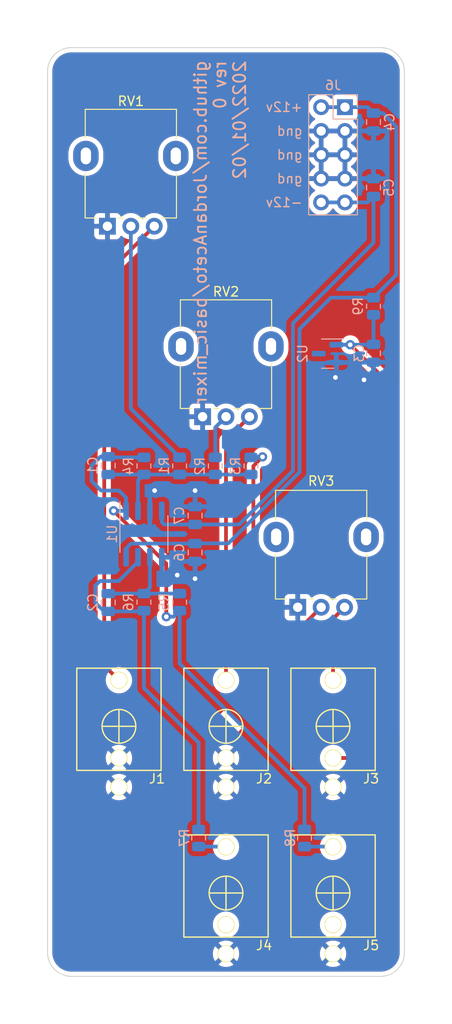
<source format=kicad_pcb>
(kicad_pcb (version 20211014) (generator pcbnew)
  (title_block (title "Basic Mixer") (date "2022-01-02") (rev "0") (comment 1 "creativecommons.org/licences/CC/by/4.0") (comment 2 "License: CC by 4.0") (comment 3 "Author: Jordan Aceto"))
  (layers (0 "F.Cu" signal) (31 "B.Cu" signal) (34 "B.Paste" user) (35 "F.Paste" user) (36 "B.SilkS" user "B.Silkscreen") (37 "F.SilkS" user "F.Silkscreen") (38 "B.Mask" user) (39 "F.Mask" user) (44 "Edge.Cuts" user))
  (net 0 "")
  (net 1 "Net-(U1-Pad2)")
  (net 2 "Net-(U1-Pad1)")
  (net 3 "Net-(U1-Pad6)")
  (net 4 "Net-(U1-Pad7)")
  (net 5 "/+5v_ref")
  (net 6 "GND")
  (net 7 "+12V")
  (net 8 "-12V")
  (net 9 "/in_1")
  (net 10 "/in_2")
  (net 11 "/in_3")
  (net 13 "/out")
  (net 15 "/inverting_out")
  (net 16 "Net-(R1-Pad1)")
  (net 17 "Net-(R2-Pad1)")
  (net 18 "Net-(R3-Pad1)")
  (footprint "custom_footprints:PJ301M-12" (layer "F.Cu") (at 144.78 110.49)
    (fp_text reference "J3" (at 4.064 5.588) (layer "F.SilkS"))
    (fp_text value "PJ301M-12")
    (fp_line (start -4.5 4.7) (end 4.5 4.7) (layer "F.SilkS") (width 0.15))
    (fp_line (start -4.5 -6.2) (end -4.5 4.7) (layer "F.SilkS") (width 0.15))
    (fp_line (start 4.5 -6.2) (end 4.5 4.7) (layer "F.SilkS") (width 0.15))
    (fp_line (start 0 -1.8) (end 0 1.8) (layer "F.SilkS") (width 0.15))
    (fp_line (start -1.8 0) (end 1.8 0) (layer "F.SilkS") (width 0.15))
    (fp_line (start -4.5 -6.2) (end 4.5 -6.2) (layer "F.SilkS") (width 0.15))
    (fp_circle (center 0 0) (end 1.8 0) (layer "F.SilkS") (width 0.15) (fill none))
    (pad "1" thru_hole circle locked (at 0 6.48) (size 1.8 1.8) (drill 1.6) (layers *.Cu *.Mask "F.SilkS") (net 6 "GND"))
    (pad "2" thru_hole circle locked (at 0 3.38) (size 1.8 1.8) (drill 1.6) (layers *.Cu *.Mask "F.SilkS") (net 5 "/+5v_ref"))
    (pad "3" thru_hole circle locked (at 0 -4.92) (size 1.8 1.8) (drill 1.6) (layers *.Cu *.Mask "F.SilkS") (net 11 "/in_3"))
  )
  (footprint "custom_footprints:PJ301M-12" (layer "F.Cu") (at 133.35 128.27)
    (fp_text reference "J4" (at 4.064 5.588) (layer "F.SilkS"))
    (fp_text value "PJ301M-12")
    (fp_line (start -4.5 -6.2) (end 4.5 -6.2) (layer "F.SilkS") (width 0.15))
    (fp_line (start -4.5 -6.2) (end -4.5 4.7) (layer "F.SilkS") (width 0.15))
    (fp_line (start -1.8 0) (end 1.8 0) (layer "F.SilkS") (width 0.15))
    (fp_line (start 0 -1.8) (end 0 1.8) (layer "F.SilkS") (width 0.15))
    (fp_line (start -4.5 4.7) (end 4.5 4.7) (layer "F.SilkS") (width 0.15))
    (fp_line (start 4.5 -6.2) (end 4.5 4.7) (layer "F.SilkS") (width 0.15))
    (fp_circle (center 0 0) (end 1.8 0) (layer "F.SilkS") (width 0.15) (fill none))
    (pad "1" thru_hole circle locked (at 0 6.48) (size 1.8 1.8) (drill 1.6) (layers *.Cu *.Mask "F.SilkS") (net 6 "GND"))
    (pad "2" thru_hole circle locked (at 0 3.38) (size 1.8 1.8) (drill 1.6) (layers *.Cu *.Mask "F.SilkS"))
    (pad "3" thru_hole circle locked (at 0 -4.92) (size 1.8 1.8) (drill 1.6) (layers *.Cu *.Mask "F.SilkS") (net 13 "/out"))
  )
  (footprint "Potentiometer_THT:Potentiometer_Alpha_RD901F-40-00D_Single_Vertical" (layer "F.Cu") (at 130.85 77.47 90)
    (fp_text reference "RV2" (at 13.335 2.5 180) (layer "F.SilkS"))
    (fp_text value "100k")
    (fp_line (start 0.88 7.37) (end 0.88 5.88) (layer "F.SilkS") (width 0.12))
    (fp_line (start 0.88 7.37) (end 5.6 7.37) (layer "F.SilkS") (width 0.12))
    (fp_line (start 0.88 -1.19) (end 0.88 -2.37) (layer "F.SilkS") (width 0.12))
    (fp_line (start 9.41 7.37) (end 12.47 7.37) (layer "F.SilkS") (width 0.12))
    (fp_line (start 9.41 -2.37) (end 12.47 -2.37) (layer "F.SilkS") (width 0.12))
    (fp_line (start 0.88 1.71) (end 0.88 1.18) (layer "F.SilkS") (width 0.12))
    (fp_line (start 0.88 -2.38) (end 5.6 -2.38) (layer "F.SilkS") (width 0.12))
    (fp_line (start 12.47 7.37) (end 12.47 -2.37) (layer "F.SilkS") (width 0.12))
    (fp_line (start 0.88 4.16) (end 0.88 3.33) (layer "F.SilkS") (width 0.12))
    (pad "" thru_hole oval locked (at 7.5 -2.3 180) (size 2.72 3.24) (drill oval 1.1 1.8) (layers *.Cu *.Mask))
    (pad "" thru_hole oval locked (at 7.5 7.3 180) (size 2.72 3.24) (drill oval 1.1 1.8) (layers *.Cu *.Mask))
    (pad "1" thru_hole rect locked (at 0 0 180) (size 1.8 1.8) (drill 1) (layers *.Cu *.Mask) (net 6 "GND"))
    (pad "2" thru_hole circle locked (at 0 2.5 180) (size 1.8 1.8) (drill 1) (layers *.Cu *.Mask) (net 17 "Net-(R2-Pad1)"))
    (pad "3" thru_hole circle locked (at 0 5 180) (size 1.8 1.8) (drill 1) (layers *.Cu *.Mask) (net 10 "/in_2"))
  )
  (footprint "custom_footprints:PJ301M-12" (layer "F.Cu") (at 121.92 110.49)
    (fp_text reference "J1" (at 4.064 5.588) (layer "F.SilkS"))
    (fp_text value "PJ301M-12")
    (fp_line (start -4.5 -6.2) (end 4.5 -6.2) (layer "F.SilkS") (width 0.15))
    (fp_line (start -4.5 4.7) (end 4.5 4.7) (layer "F.SilkS") (width 0.15))
    (fp_line (start 4.5 -6.2) (end 4.5 4.7) (layer "F.SilkS") (width 0.15))
    (fp_line (start 0 -1.8) (end 0 1.8) (layer "F.SilkS") (width 0.15))
    (fp_line (start -1.8 0) (end 1.8 0) (layer "F.SilkS") (width 0.15))
    (fp_line (start -4.5 -6.2) (end -4.5 4.7) (layer "F.SilkS") (width 0.15))
    (fp_circle (center 0 0) (end 1.8 0) (layer "F.SilkS") (width 0.15) (fill none))
    (pad "1" thru_hole circle locked (at 0 6.48) (size 1.8 1.8) (drill 1.6) (layers *.Cu *.Mask "F.SilkS") (net 6 "GND"))
    (pad "2" thru_hole circle locked (at 0 3.38) (size 1.8 1.8) (drill 1.6) (layers *.Cu *.Mask "F.SilkS") (net 6 "GND"))
    (pad "3" thru_hole circle locked (at 0 -4.92) (size 1.8 1.8) (drill 1.6) (layers *.Cu *.Mask "F.SilkS") (net 9 "/in_1"))
  )
  (footprint "custom_footprints:PJ301M-12" (layer "F.Cu") (at 133.35 110.49)
    (fp_text reference "J2" (at 4.064 5.588) (layer "F.SilkS"))
    (fp_text value "PJ301M-12")
    (fp_line (start -4.5 -6.2) (end 4.5 -6.2) (layer "F.SilkS") (width 0.15))
    (fp_line (start -4.5 -6.2) (end -4.5 4.7) (layer "F.SilkS") (width 0.15))
    (fp_line (start 0 -1.8) (end 0 1.8) (layer "F.SilkS") (width 0.15))
    (fp_line (start -1.8 0) (end 1.8 0) (layer "F.SilkS") (width 0.15))
    (fp_line (start 4.5 -6.2) (end 4.5 4.7) (layer "F.SilkS") (width 0.15))
    (fp_line (start -4.5 4.7) (end 4.5 4.7) (layer "F.SilkS") (width 0.15))
    (fp_circle (center 0 0) (end 1.8 0) (layer "F.SilkS") (width 0.15) (fill none))
    (pad "1" thru_hole circle locked (at 0 6.48) (size 1.8 1.8) (drill 1.6) (layers *.Cu *.Mask "F.SilkS") (net 6 "GND"))
    (pad "2" thru_hole circle locked (at 0 3.38) (size 1.8 1.8) (drill 1.6) (layers *.Cu *.Mask "F.SilkS") (net 6 "GND"))
    (pad "3" thru_hole circle locked (at 0 -4.92) (size 1.8 1.8) (drill 1.6) (layers *.Cu *.Mask "F.SilkS") (net 10 "/in_2"))
  )
  (footprint "Potentiometer_THT:Potentiometer_Alpha_RD901F-40-00D_Single_Vertical" (layer "F.Cu") (at 141.01 97.79 90)
    (fp_text reference "RV3" (at 13.462 2.5 180) (layer "F.SilkS"))
    (fp_text value "100k")
    (fp_line (start 0.88 -1.19) (end 0.88 -2.37) (layer "F.SilkS") (width 0.12))
    (fp_line (start 9.41 7.37) (end 12.47 7.37) (layer "F.SilkS") (width 0.12))
    (fp_line (start 0.88 7.37) (end 0.88 5.88) (layer "F.SilkS") (width 0.12))
    (fp_line (start 0.88 4.16) (end 0.88 3.33) (layer "F.SilkS") (width 0.12))
    (fp_line (start 0.88 1.71) (end 0.88 1.18) (layer "F.SilkS") (width 0.12))
    (fp_line (start 12.47 7.37) (end 12.47 -2.37) (layer "F.SilkS") (width 0.12))
    (fp_line (start 0.88 -2.38) (end 5.6 -2.38) (layer "F.SilkS") (width 0.12))
    (fp_line (start 0.88 7.37) (end 5.6 7.37) (layer "F.SilkS") (width 0.12))
    (fp_line (start 9.41 -2.37) (end 12.47 -2.37) (layer "F.SilkS") (width 0.12))
    (pad "" thru_hole oval locked (at 7.5 7.3 180) (size 2.72 3.24) (drill oval 1.1 1.8) (layers *.Cu *.Mask))
    (pad "" thru_hole oval locked (at 7.5 -2.3 180) (size 2.72 3.24) (drill oval 1.1 1.8) (layers *.Cu *.Mask))
    (pad "1" thru_hole rect locked (at 0 0 180) (size 1.8 1.8) (drill 1) (layers *.Cu *.Mask) (net 6 "GND"))
    (pad "2" thru_hole circle locked (at 0 2.5 180) (size 1.8 1.8) (drill 1) (layers *.Cu *.Mask) (net 18 "Net-(R3-Pad1)"))
    (pad "3" thru_hole circle locked (at 0 5 180) (size 1.8 1.8) (drill 1) (layers *.Cu *.Mask) (net 11 "/in_3"))
  )
  (footprint "custom_footprints:PJ301M-12" (layer "F.Cu") (at 144.78 128.27)
    (fp_text reference "J5" (at 4.064 5.588) (layer "F.SilkS"))
    (fp_text value "PJ301M-12")
    (fp_line (start -1.8 0) (end 1.8 0) (layer "F.SilkS") (width 0.15))
    (fp_line (start 0 -1.8) (end 0 1.8) (layer "F.SilkS") (width 0.15))
    (fp_line (start -4.5 4.7) (end 4.5 4.7) (layer "F.SilkS") (width 0.15))
    (fp_line (start 4.5 -6.2) (end 4.5 4.7) (layer "F.SilkS") (width 0.15))
    (fp_line (start -4.5 -6.2) (end -4.5 4.7) (layer "F.SilkS") (width 0.15))
    (fp_line (start -4.5 -6.2) (end 4.5 -6.2) (layer "F.SilkS") (width 0.15))
    (fp_circle (center 0 0) (end 1.8 0) (layer "F.SilkS") (width 0.15) (fill none))
    (pad "1" thru_hole circle locked (at 0 6.48) (size 1.8 1.8) (drill 1.6) (layers *.Cu *.Mask "F.SilkS") (net 6 "GND"))
    (pad "2" thru_hole circle locked (at 0 3.38) (size 1.8 1.8) (drill 1.6) (layers *.Cu *.Mask "F.SilkS"))
    (pad "3" thru_hole circle locked (at 0 -4.92) (size 1.8 1.8) (drill 1.6) (layers *.Cu *.Mask "F.SilkS") (net 15 "/inverting_out"))
  )
  (footprint "Potentiometer_THT:Potentiometer_Alpha_RD901F-40-00D_Single_Vertical" (layer "F.Cu") (at 120.69 57.15 90)
    (fp_text reference "RV1" (at 13.335 2.5 180) (layer "F.SilkS"))
    (fp_text value "100k")
    (fp_line (start 0.88 7.37) (end 0.88 5.88) (layer "F.SilkS") (width 0.12))
    (fp_line (start 9.41 -2.37) (end 12.47 -2.37) (layer "F.SilkS") (width 0.12))
    (fp_line (start 0.88 -2.38) (end 5.6 -2.38) (layer "F.SilkS") (width 0.12))
    (fp_line (start 0.88 -1.19) (end 0.88 -2.37) (layer "F.SilkS") (width 0.12))
    (fp_line (start 0.88 4.16) (end 0.88 3.33) (layer "F.SilkS") (width 0.12))
    (fp_line (start 12.47 7.37) (end 12.47 -2.37) (layer "F.SilkS") (width 0.12))
    (fp_line (start 0.88 7.37) (end 5.6 7.37) (layer "F.SilkS") (width 0.12))
    (fp_line (start 0.88 1.71) (end 0.88 1.18) (layer "F.SilkS") (width 0.12))
    (fp_line (start 9.41 7.37) (end 12.47 7.37) (layer "F.SilkS") (width 0.12))
    (pad "" thru_hole oval locked (at 7.5 -2.3 180) (size 2.72 3.24) (drill oval 1.1 1.8) (layers *.Cu *.Mask))
    (pad "" thru_hole oval locked (at 7.5 7.3 180) (size 2.72 3.24) (drill oval 1.1 1.8) (layers *.Cu *.Mask))
    (pad "1" thru_hole rect locked (at 0 0 180) (size 1.8 1.8) (drill 1) (layers *.Cu *.Mask) (net 6 "GND"))
    (pad "2" thru_hole circle locked (at 0 2.5 180) (size 1.8 1.8) (drill 1) (layers *.Cu *.Mask) (net 16 "Net-(R1-Pad1)"))
    (pad "3" thru_hole circle locked (at 0 5 180) (size 1.8 1.8) (drill 1) (layers *.Cu *.Mask) (net 9 "/in_1"))
  )
  (footprint "Capacitor_SMD:C_0805_2012Metric" (layer "B.Cu") (at 130.048 91.948 -90)
    (fp_text reference "C6" (at 0 1.68 90) (layer "B.SilkS") (effects (justify mirror)))
    (fp_text value "100n")
    (fp_line (start -0.261252 -0.735) (end 0.261252 -0.735) (layer "B.SilkS") (width 0.12))
    (fp_line (start -0.261252 0.735) (end 0.261252 0.735) (layer "B.SilkS") (width 0.12))
    (pad "1" smd roundrect locked (at -0.95 0 270) (size 1 1.45) (layers "B.Cu" "B.Paste" "B.Mask") (net 7 "+12V"))
    (pad "2" smd roundrect locked (at 0.95 0 270) (size 1 1.45) (layers "B.Cu" "B.Paste" "B.Mask") (net 6 "GND"))
  )
  (footprint "Capacitor_SMD:C_0805_2012Metric" (layer "B.Cu") (at 120.777 82.682 90)
    (fp_text reference "C1" (at 0 -1.651 90) (layer "B.SilkS") (effects (justify mirror)))
    (fp_text value "22p")
    (fp_line (start -0.261252 0.735) (end 0.261252 0.735) (layer "B.SilkS") (width 0.12))
    (fp_line (start -0.261252 -0.735) (end 0.261252 -0.735) (layer "B.SilkS") (width 0.12))
    (pad "1" smd roundrect locked (at -0.95 0 90) (size 1 1.45) (layers "B.Cu" "B.Paste" "B.Mask") (net 1 "Net-(U1-Pad2)"))
    (pad "2" smd roundrect locked (at 0.95 0 90) (size 1 1.45) (layers "B.Cu" "B.Paste" "B.Mask") (net 2 "Net-(U1-Pad1)"))
  )
  (footprint "Resistor_SMD:R_0805_2012Metric" (layer "B.Cu") (at 128.397 97.2445 90)
    (fp_text reference "R5" (at 0 -1.651 90) (layer "B.SilkS") (effects (justify mirror)))
    (fp_text value "100k")
    (fp_line (start -0.227064 -0.735) (end 0.227064 -0.735) (layer "B.SilkS") (width 0.12))
    (fp_line (start -0.227064 0.735) (end 0.227064 0.735) (layer "B.SilkS") (width 0.12))
    (pad "1" smd roundrect locked (at -0.9125 0 90) (size 1.025 1.4) (layers "B.Cu" "B.Paste" "B.Mask") (roundrect_rratio 0.243902439) (net 2 "Net-(U1-Pad1)"))
    (pad "2" smd roundrect locked (at 0.9125 0 90) (size 1.025 1.4) (layers "B.Cu" "B.Paste" "B.Mask") (roundrect_rratio 0.243902439) (net 3 "Net-(U1-Pad6)"))
  )
  (footprint "Capacitor_SMD:C_0805_2012Metric" (layer "B.Cu") (at 130.048 88.011 -90)
    (fp_text reference "C7" (at 0 1.68 90) (layer "B.SilkS") (effects (justify mirror)))
    (fp_text value "100n")
    (fp_line (start -0.261252 -0.735) (end 0.261252 -0.735) (layer "B.SilkS") (width 0.12))
    (fp_line (start -0.261252 0.735) (end 0.261252 0.735) (layer "B.SilkS") (width 0.12))
    (pad "1" smd roundrect locked (at -0.95 0 270) (size 1 1.45) (layers "B.Cu" "B.Paste" "B.Mask") (net 6 "GND"))
    (pad "2" smd roundrect locked (at 0.95 0 270) (size 1 1.45) (layers "B.Cu" "B.Paste" "B.Mask") (net 8 "-12V"))
  )
  (footprint "Resistor_SMD:R_0805_2012Metric" (layer "B.Cu") (at 141.732 122.4045 -90)
    (fp_text reference "R8" (at -0.0235 1.524 90) (layer "B.SilkS") (effects (justify mirror)))
    (fp_text value "1k")
    (fp_line (start -0.227064 -0.735) (end 0.227064 -0.735) (layer "B.SilkS") (width 0.12))
    (fp_line (start -0.227064 0.735) (end 0.227064 0.735) (layer "B.SilkS") (width 0.12))
    (pad "1" smd roundrect locked (at -0.9125 0 270) (size 1.025 1.4) (layers "B.Cu" "B.Paste" "B.Mask") (roundrect_rratio 0.243902439) (net 2 "Net-(U1-Pad1)"))
    (pad "2" smd roundrect locked (at 0.9125 0 270) (size 1.025 1.4) (layers "B.Cu" "B.Paste" "B.Mask") (roundrect_rratio 0.243902439) (net 15 "/inverting_out"))
  )
  (footprint "Capacitor_SMD:C_0805_2012Metric" (layer "B.Cu") (at 149.098 70.7015 -90)
    (fp_text reference "C3" (at -0.0015 1.523 90) (layer "B.SilkS") (effects (justify mirror)))
    (fp_text value "100n")
    (fp_line (start -0.261252 0.735) (end 0.261252 0.735) (layer "B.SilkS") (width 0.12))
    (fp_line (start -0.261252 -0.735) (end 0.261252 -0.735) (layer "B.SilkS") (width 0.12))
    (pad "1" smd roundrect locked (at -0.95 0 270) (size 1 1.45) (layers "B.Cu" "B.Paste" "B.Mask") (net 5 "/+5v_ref"))
    (pad "2" smd roundrect locked (at 0.95 0 270) (size 1 1.45) (layers "B.Cu" "B.Paste" "B.Mask") (net 6 "GND"))
  )
  (footprint "Resistor_SMD:R_0805_2012Metric" (layer "B.Cu") (at 124.587 82.7195 90)
    (fp_text reference "R4" (at -0.0235 -1.651 90) (layer "B.SilkS") (effects (justify mirror)))
    (fp_text value "100k")
    (fp_line (start -0.227064 0.735) (end 0.227064 0.735) (layer "B.SilkS") (width 0.12))
    (fp_line (start -0.227064 -0.735) (end 0.227064 -0.735) (layer "B.SilkS") (width 0.12))
    (pad "1" smd roundrect locked (at -0.9125 0 90) (size 1.025 1.4) (layers "B.Cu" "B.Paste" "B.Mask") (roundrect_rratio 0.243902439) (net 1 "Net-(U1-Pad2)"))
    (pad "2" smd roundrect locked (at 0.9125 0 90) (size 1.025 1.4) (layers "B.Cu" "B.Paste" "B.Mask") (roundrect_rratio 0.243902439) (net 2 "Net-(U1-Pad1)"))
  )
  (footprint "Package_SO:SOIC-8_3.9x4.9mm_P1.27mm" (layer "B.Cu") (at 124.587 89.982 -90)
    (fp_text reference "U1" (at 0 3.4 90) (layer "B.SilkS") (effects (justify mirror)))
    (fp_text value "TL072")
    (fp_line (start 0 2.56) (end -3.45 2.56) (layer "B.SilkS") (width 0.12))
    (fp_line (start 0 -2.56) (end -1.95 -2.56) (layer "B.SilkS") (width 0.12))
    (fp_line (start 0 -2.56) (end 1.95 -2.56) (layer "B.SilkS") (width 0.12))
    (fp_line (start 0 2.56) (end 1.95 2.56) (layer "B.SilkS") (width 0.12))
    (pad "1" smd roundrect locked (at -2.475 1.905 270) (size 1.95 0.6) (layers "B.Cu" "B.Paste" "B.Mask") (net 2 "Net-(U1-Pad1)"))
    (pad "2" smd roundrect locked (at -2.475 0.635 270) (size 1.95 0.6) (layers "B.Cu" "B.Paste" "B.Mask") (net 1 "Net-(U1-Pad2)"))
    (pad "3" smd roundrect locked (at -2.475 -0.635 270) (size 1.95 0.6) (layers "B.Cu" "B.Paste" "B.Mask") (net 6 "GND"))
    (pad "4" smd roundrect locked (at -2.475 -1.905 270) (size 1.95 0.6) (layers "B.Cu" "B.Paste" "B.Mask") (net 8 "-12V"))
    (pad "5" smd roundrect locked (at 2.475 -1.905 270) (size 1.95 0.6) (layers "B.Cu" "B.Paste" "B.Mask") (net 6 "GND"))
    (pad "6" smd roundrect locked (at 2.475 -0.635 270) (size 1.95 0.6) (layers "B.Cu" "B.Paste" "B.Mask") (net 3 "Net-(U1-Pad6)"))
    (pad "7" smd roundrect locked (at 2.475 0.635 270) (size 1.95 0.6) (layers "B.Cu" "B.Paste" "B.Mask") (net 4 "Net-(U1-Pad7)"))
    (pad "8" smd roundrect locked (at 2.475 1.905 270) (size 1.95 0.6) (layers "B.Cu" "B.Paste" "B.Mask") (net 7 "+12V"))
  )
  (footprint "Resistor_SMD:R_0805_2012Metric" (layer "B.Cu") (at 128.397 82.7195 -90)
    (fp_text reference "R1" (at 0 1.651 90) (layer "B.SilkS") (effects (justify mirror)))
    (fp_text value "100k")
    (fp_line (start -0.227064 0.735) (end 0.227064 0.735) (layer "B.SilkS") (width 0.12))
    (fp_line (start -0.227064 -0.735) (end 0.227064 -0.735) (layer "B.SilkS") (width 0.12))
    (pad "1" smd roundrect locked (at -0.9125 0 270) (size 1.025 1.4) (layers "B.Cu" "B.Paste" "B.Mask") (roundrect_rratio 0.243902439) (net 16 "Net-(R1-Pad1)"))
    (pad "2" smd roundrect locked (at 0.9125 0 270) (size 1.025 1.4) (layers "B.Cu" "B.Paste" "B.Mask") (roundrect_rratio 0.243902439) (net 1 "Net-(U1-Pad2)"))
  )
  (footprint "Connector_PinHeader_2.54mm:PinHeader_2x05_P2.54mm_Vertical" (layer "B.Cu") (at 146.05 44.45 180)
    (fp_text reference "J6" (at 1.27 2.33) (layer "B.SilkS") (effects (justify mirror)))
    (fp_text value "power_entry")
    (fp_line (start 1.27 -1.27) (end 1.27 1.33) (layer "B.SilkS") (width 0.12))
    (fp_line (start -1.33 -1.27) (end 1.27 -1.27) (layer "B.SilkS") (width 0.12))
    (fp_line (start -1.33 -1.27) (end -1.33 -11.49) (layer "B.SilkS") (width 0.12))
    (fp_line (start 1.27 1.33) (end 3.87 1.33) (layer "B.SilkS") (width 0.12))
    (fp_line (start -1.33 1.33) (end 0 1.33) (layer "B.SilkS") (width 0.12))
    (fp_line (start -1.33 0) (end -1.33 1.33) (layer "B.SilkS") (width 0.12))
    (fp_line (start 3.87 1.33) (end 3.87 -11.49) (layer "B.SilkS") (width 0.12))
    (fp_line (start -1.33 -11.49) (end 3.87 -11.49) (layer "B.SilkS") (width 0.12))
    (pad "1" thru_hole rect locked (at 0 0 180) (size 1.7 1.7) (drill 1) (layers *.Cu *.Mask) (net 7 "+12V"))
    (pad "2" thru_hole oval locked (at 2.54 0 180) (size 1.7 1.7) (drill 1) (layers *.Cu *.Mask) (net 7 "+12V"))
    (pad "3" thru_hole oval locked (at 0 -2.54 180) (size 1.7 1.7) (drill 1) (layers *.Cu *.Mask) (net 6 "GND"))
    (pad "4" thru_hole oval locked (at 2.54 -2.54 180) (size 1.7 1.7) (drill 1) (layers *.Cu *.Mask) (net 6 "GND"))
    (pad "5" thru_hole oval locked (at 0 -5.08 180) (size 1.7 1.7) (drill 1) (layers *.Cu *.Mask) (net 6 "GND"))
    (pad "6" thru_hole oval locked (at 2.54 -5.08 180) (size 1.7 1.7) (drill 1) (layers *.Cu *.Mask) (net 6 "GND"))
    (pad "7" thru_hole oval locked (at 0 -7.62 180) (size 1.7 1.7) (drill 1) (layers *.Cu *.Mask) (net 6 "GND"))
    (pad "8" thru_hole oval locked (at 2.54 -7.62 180) (size 1.7 1.7) (drill 1) (layers *.Cu *.Mask) (net 6 "GND"))
    (pad "9" thru_hole oval locked (at 0 -10.16 180) (size 1.7 1.7) (drill 1) (layers *.Cu *.Mask) (net 8 "-12V"))
    (pad "10" thru_hole oval locked (at 2.54 -10.16 180) (size 1.7 1.7) (drill 1) (layers *.Cu *.Mask) (net 8 "-12V"))
  )
  (footprint "Capacitor_SMD:C_0805_2012Metric" (layer "B.Cu") (at 120.777 97.282 -90)
    (fp_text reference "C2" (at 0 1.651 90) (layer "B.SilkS") (effects (justify mirror)))
    (fp_text value "22p")
    (fp_line (start -0.261252 0.735) (end 0.261252 0.735) (layer "B.SilkS") (width 0.12))
    (fp_line (start -0.261252 -0.735) (end 0.261252 -0.735) (layer "B.SilkS") (width 0.12))
    (pad "1" smd roundrect locked (at -0.95 0 270) (size 1 1.45) (layers "B.Cu" "B.Paste" "B.Mask") (net 3 "Net-(U1-Pad6)"))
    (pad "2" smd roundrect locked (at 0.95 0 270) (size 1 1.45) (layers "B.Cu" "B.Paste" "B.Mask") (net 4 "Net-(U1-Pad7)"))
  )
  (footprint "Resistor_SMD:R_0805_2012Metric" (layer "B.Cu") (at 124.587 97.2445 -90)
    (fp_text reference "R6" (at 0 1.651 90) (layer "B.SilkS") (effects (justify mirror)))
    (fp_text value "100k")
    (fp_line (start -0.227064 0.735) (end 0.227064 0.735) (layer "B.SilkS") (width 0.12))
    (fp_line (start -0.227064 -0.735) (end 0.227064 -0.735) (layer "B.SilkS") (width 0.12))
    (pad "1" smd roundrect locked (at -0.9125 0 270) (size 1.025 1.4) (layers "B.Cu" "B.Paste" "B.Mask") (roundrect_rratio 0.243902439) (net 3 "Net-(U1-Pad6)"))
    (pad "2" smd roundrect locked (at 0.9125 0 270) (size 1.025 1.4) (layers "B.Cu" "B.Paste" "B.Mask") (roundrect_rratio 0.243902439) (net 4 "Net-(U1-Pad7)"))
  )
  (footprint "Resistor_SMD:R_0805_2012Metric" (layer "B.Cu") (at 149.098 65.6825 -90)
    (fp_text reference "R9" (at 0 1.65 90) (layer "B.SilkS") (effects (justify mirror)))
    (fp_text value "4k7")
    (fp_line (start -0.227064 0.735) (end 0.227064 0.735) (layer "B.SilkS") (width 0.12))
    (fp_line (start -0.227064 -0.735) (end 0.227064 -0.735) (layer "B.SilkS") (width 0.12))
    (pad "1" smd roundrect locked (at -0.9125 0 270) (size 1.025 1.4) (layers "B.Cu" "B.Paste" "B.Mask") (roundrect_rratio 0.243902439) (net 7 "+12V"))
    (pad "2" smd roundrect locked (at 0.9125 0 270) (size 1.025 1.4) (layers "B.Cu" "B.Paste" "B.Mask") (roundrect_rratio 0.243902439) (net 5 "/+5v_ref"))
  )
  (footprint "Package_TO_SOT_SMD:SOT-23" (layer "B.Cu") (at 144.1935 70.739 180)
    (fp_text reference "U2" (at 2.667 0 90) (layer "B.SilkS") (effects (justify mirror)))
    (fp_text value "LM4040DBZ-5")
    (fp_line (start 0 1.56) (end 0.65 1.56) (layer "B.SilkS") (width 0.12))
    (fp_line (start 0 -1.56) (end 0.65 -1.56) (layer "B.SilkS") (width 0.12))
    (fp_line (start 0 1.56) (end -1.675 1.56) (layer "B.SilkS") (width 0.12))
    (fp_line (start 0 -1.56) (end -0.65 -1.56) (layer "B.SilkS") (width 0.12))
    (pad "1" smd roundrect locked (at -0.9375 0.95 180) (size 1.475 0.6) (layers "B.Cu" "B.Paste" "B.Mask") (net 5 "/+5v_ref"))
    (pad "2" smd roundrect locked (at -0.9375 -0.95 180) (size 1.475 0.6) (layers "B.Cu" "B.Paste" "B.Mask") (net 6 "GND"))
    (pad "3" smd roundrect locked (at 0.9375 0 180) (size 1.475 0.6) (layers "B.Cu" "B.Paste" "B.Mask"))
  )
  (footprint "Capacitor_SMD:C_0805_2012Metric" (layer "B.Cu") (at 149.098 53.025 -90)
    (fp_text reference "C5" (at 0 -1.651 90) (layer "B.SilkS") (effects (justify mirror)))
    (fp_text value "10u")
    (fp_line (start -0.261252 -0.735) (end 0.261252 -0.735) (layer "B.SilkS") (width 0.12))
    (fp_line (start -0.261252 0.735) (end 0.261252 0.735) (layer "B.SilkS") (width 0.12))
    (pad "1" smd roundrect locked (at -0.95 0 270) (size 1 1.45) (layers "B.Cu" "B.Paste" "B.Mask") (net 6 "GND"))
    (pad "2" smd roundrect locked (at 0.95 0 270) (size 1 1.45) (layers "B.Cu" "B.Paste" "B.Mask") (net 8 "-12V"))
  )
  (footprint "Resistor_SMD:R_0805_2012Metric" (layer "B.Cu") (at 130.429 122.4045 -90)
    (fp_text reference "R7" (at -0.0235 1.524 90) (layer "B.SilkS") (effects (justify mirror)))
    (fp_text value "1k")
    (fp_line (start -0.227064 0.735) (end 0.227064 0.735) (layer "B.SilkS") (width 0.12))
    (fp_line (start -0.227064 -0.735) (end 0.227064 -0.735) (layer "B.SilkS") (width 0.12))
    (pad "1" smd roundrect locked (at -0.9125 0 270) (size 1.025 1.4) (layers "B.Cu" "B.Paste" "B.Mask") (roundrect_rratio 0.243902439) (net 4 "Net-(U1-Pad7)"))
    (pad "2" smd roundrect locked (at 0.9125 0 270) (size 1.025 1.4) (layers "B.Cu" "B.Paste" "B.Mask") (roundrect_rratio 0.243902439) (net 13 "/out"))
  )
  (footprint "Resistor_SMD:R_0805_2012Metric" (layer "B.Cu") (at 132.207 82.7195 -90)
    (fp_text reference "R2" (at 0.0235 1.651 90) (layer "B.SilkS") (effects (justify mirror)))
    (fp_text value "100k")
    (fp_line (start -0.227064 -0.735) (end 0.227064 -0.735) (layer "B.SilkS") (width 0.12))
    (fp_line (start -0.227064 0.735) (end 0.227064 0.735) (layer "B.SilkS") (width 0.12))
    (pad "1" smd roundrect locked (at -0.9125 0 270) (size 1.025 1.4) (layers "B.Cu" "B.Paste" "B.Mask") (roundrect_rratio 0.243902439) (net 17 "Net-(R2-Pad1)"))
    (pad "2" smd roundrect locked (at 0.9125 0 270) (size 1.025 1.4) (layers "B.Cu" "B.Paste" "B.Mask") (roundrect_rratio 0.243902439) (net 1 "Net-(U1-Pad2)"))
  )
  (footprint "Capacitor_SMD:C_0805_2012Metric" (layer "B.Cu") (at 149.098 46.035 -90)
    (fp_text reference "C4" (at 0.0152 -1.7272 90) (layer "B.SilkS") (effects (justify mirror)))
    (fp_text value "10u")
    (fp_line (start -0.261252 0.735) (end 0.261252 0.735) (layer "B.SilkS") (width 0.12))
    (fp_line (start -0.261252 -0.735) (end 0.261252 -0.735) (layer "B.SilkS") (width 0.12))
    (pad "1" smd roundrect locked (at -0.95 0 270) (size 1 1.45) (layers "B.Cu" "B.Paste" "B.Mask") (net 7 "+12V"))
    (pad "2" smd roundrect locked (at 0.95 0 270) (size 1 1.45) (layers "B.Cu" "B.Paste" "B.Mask") (net 6 "GND"))
  )
  (footprint "Resistor_SMD:R_0805_2012Metric" (layer "B.Cu") (at 136.017 82.7195 -90)
    (fp_text reference "R3" (at 0 1.651 90) (layer "B.SilkS") (effects (justify mirror)))
    (fp_text value "100k")
    (fp_line (start -0.227064 -0.735) (end 0.227064 -0.735) (layer "B.SilkS") (width 0.12))
    (fp_line (start -0.227064 0.735) (end 0.227064 0.735) (layer "B.SilkS") (width 0.12))
    (pad "1" smd roundrect locked (at -0.9125 0 270) (size 1.025 1.4) (layers "B.Cu" "B.Paste" "B.Mask") (roundrect_rratio 0.243902439) (net 18 "Net-(R3-Pad1)"))
    (pad "2" smd roundrect locked (at 0.9125 0 270) (size 1.025 1.4) (layers "B.Cu" "B.Paste" "B.Mask") (roundrect_rratio 0.243902439) (net 1 "Net-(U1-Pad2)"))
  )
  (gr_line (start 152.4 134.62) (end 152.4 40.64) (layer "Edge.Cuts") (width 0.1))
  (gr_arc (start 152.4 134.62) (mid 151.656051 136.416051) (end 149.86 137.16) (layer "Edge.Cuts") (width 0.1))
  (gr_line (start 114.3 40.64) (end 114.3 134.62) (layer "Edge.Cuts") (width 0.1))
  (gr_line (start 116.84 137.16) (end 149.86 137.16) (layer "Edge.Cuts") (width 0.1))
  (gr_arc (start 149.86 38.1) (mid 151.656051 38.843949) (end 152.4 40.64) (layer "Edge.Cuts") (width 0.1))
  (gr_arc (start 116.84 137.16) (mid 115.043949 136.416051) (end 114.3 134.62) (layer "Edge.Cuts") (width 0.1))
  (gr_line (start 149.86 38.1) (end 116.84 38.1) (layer "Edge.Cuts") (width 0.1))
  (gr_arc (start 114.3 40.64) (mid 115.043949 38.843949) (end 116.84 38.1) (layer "Edge.Cuts") (width 0.1))
  (gr_text "-12v" (at 141.605 54.61) (layer "B.SilkS") (effects (font (size 1 1)) (justify left mirror)))
  (gr_text "gnd" (at 141.605 49.53) (layer "B.SilkS") (effects (font (size 1 1)) (justify left mirror)))
  (gr_text "github.com/JordanAceto/basic_mixer\nrev 0\n2022/01/02" (at 132.715 39.37 90) (layer "B.SilkS") (effects (font (size 1.3 1.3) (thickness 0.2)) (justify left mirror)))
  (gr_text "gnd" (at 141.605 46.99) (layer "B.SilkS") (effects (font (size 1 1)) (justify left mirror)))
  (gr_text "gnd" (at 141.605 52.07) (layer "B.SilkS") (effects (font (size 1 1)) (justify left mirror)))
  (gr_text "+12v" (at 141.605 44.45) (layer "B.SilkS") (effects (font (size 1 1)) (justify left mirror)))
  (segment (start 123.952 84.267) (end 124.587 83.632) (width 0.4) (layer "B.Cu") (net 1))
  (segment (start 123.952 87.507) (end 123.952 84.267) (width 0.4) (layer "B.Cu") (net 1))
  (segment (start 120.777 83.632) (end 136.017 83.632) (width 0.4) (layer "B.Cu") (net 1))
  (segment (start 126.975 93.125) (end 126.975 98.8) (width 0.4) (layer "F.Cu") (net 2))
  (segment (start 121.35 87.5) (end 126.975 93.125) (width 0.4) (layer "F.Cu") (net 2))
  (via (at 121.35 87.5) (size 1) (drill 0.5) (layers "F.Cu" "B.Cu") (net 2))
  (via (at 126.975 98.8) (size 1) (drill 0.5) (layers "F.Cu" "B.Cu") (net 2))
  (segment (start 122.682 86.106) (end 121.92 85.344) (width 0.4) (layer "B.Cu") (net 2))
  (segment (start 119.944 81.732) (end 120.777 81.732) (width 0.4) (layer "B.Cu") (net 2))
  (segment (start 118.999 84.328) (end 118.999 82.677) (width 0.4) (layer "B.Cu") (net 2))
  (segment (start 122.682 87.507) (end 121.357 87.507) (width 0.4) (layer "B.Cu") (net 2))
  (segment (start 141.732 121.492) (end 141.732 117.1194) (width 0.4) (layer "B.Cu") (net 2))
  (segment (start 118.999 82.677) (end 119.944 81.732) (width 0.4) (layer "B.Cu") (net 2))
  (segment (start 128.397 103.7844) (end 128.397 98.157) (width 0.4) (layer "B.Cu") (net 2))
  (segment (start 120.015 85.344) (end 118.999 84.328) (width 0.4) (layer "B.Cu") (net 2))
  (segment (start 122.682 87.507) (end 122.682 86.106) (width 0.4) (layer "B.Cu") (net 2))
  (segment (start 141.732 117.1194) (end 128.397 103.7844) (width 0.4) (layer "B.Cu") (net 2))
  (segment (start 120.852 81.807) (end 120.777 81.732) (width 0.4) (layer "B.Cu") (net 2))
  (segment (start 121.92 85.344) (end 120.015 85.344) (width 0.4) (layer "B.Cu") (net 2))
  (segment (start 127.754 98.8) (end 128.397 98.157) (width 0.4) (layer "B.Cu") (net 2))
  (segment (start 121.357 87.507) (end 121.35 87.5) (width 0.4) (layer "B.Cu") (net 2))
  (segment (start 124.587 81.807) (end 120.852 81.807) (width 0.4) (layer "B.Cu") (net 2))
  (segment (start 126.975 98.8) (end 127.754 98.8) (width 0.4) (layer "B.Cu") (net 2))
  (segment (start 125.222 95.697) (end 124.587 96.332) (width 0.4) (layer "B.Cu") (net 3))
  (segment (start 128.397 96.332) (end 120.777 96.332) (width 0.4) (layer "B.Cu") (net 3))
  (segment (start 125.222 92.457) (end 125.222 95.697) (width 0.4) (layer "B.Cu") (net 3))
  (segment (start 119.38 97.282) (end 120.33 98.232) (width 0.4) (layer "B.Cu") (net 4))
  (segment (start 119.38 95.504) (end 119.38 97.282) (width 0.4) (layer "B.Cu") (net 4))
  (segment (start 123.952 92.939138) (end 121.895138 94.996) (width 0.4) (layer "B.Cu") (net 4))
  (segment (start 130.429 121.492) (end 130.429 112.241213) (width 0.4) (layer "B.Cu") (net 4))
  (segment (start 121.895138 94.996) (end 119.888 94.996) (width 0.4) (layer "B.Cu") (net 4))
  (segment (start 120.33 98.232) (end 120.777 98.232) (width 0.4) (layer "B.Cu") (net 4))
  (segment (start 123.952 92.457) (end 123.952 92.939138) (width 0.4) (layer "B.Cu") (net 4))
  (segment (start 120.777 98.232) (end 124.512 98.232) (width 0.4) (layer "B.Cu") (net 4))
  (segment (start 124.587 106.399213) (end 124.587 98.157) (width 0.4) (layer "B.Cu") (net 4))
  (segment (start 119.888 94.996) (end 119.38 95.504) (width 0.4) (layer "B.Cu") (net 4))
  (segment (start 130.429 112.241213) (end 124.587 106.399213) (width 0.4) (layer "B.Cu") (net 4))
  (segment (start 124.512 98.232) (end 124.587 98.157) (width 0.4) (layer "B.Cu") (net 4))
  (segment (start 151.1 110.675) (end 151.1 74.275) (width 0.4) (layer "F.Cu") (net 5))
  (segment (start 144.78 113.87) (end 147.905 113.87) (width 0.4) (layer "F.Cu") (net 5))
  (segment (start 147.905 113.87) (end 151.1 110.675) (width 0.4) (layer "F.Cu") (net 5))
  (segment (start 151.1 74.275) (end 146.614 69.789) (width 0.4) (layer "F.Cu") (net 5))
  (via (at 146.614 69.789) (size 1) (drill 0.5) (layers "F.Cu" "B.Cu") (net 5))
  (segment (start 145.131 69.789) (end 146.614 69.789) (width 0.4) (layer "B.Cu") (net 5))
  (segment (start 149.098 69.7515) (end 149.098 66.595) (width 0.4) (layer "B.Cu") (net 5))
  (segment (start 146.614 69.789) (end 149.0605 69.789) (width 0.4) (layer "B.Cu") (net 5))
  (segment (start 149.0605 69.789) (end 149.098 69.7515) (width 0.4) (layer "B.Cu") (net 5))
  (via (at 130.048 85.344) (size 1) (drill 0.5) (layers "F.Cu" "B.Cu") (net 6))
  (via (at 145.034 73.279) (size 1) (drill 0.5) (layers "F.Cu" "B.Cu") (net 6))
  (via (at 128.143 94.361) (size 1) (drill 0.5) (layers "F.Cu" "B.Cu") (net 6))
  (via (at 125.73 85.344) (size 1) (drill 0.5) (layers "F.Cu" "B.Cu") (net 6))
  (via (at 148.082 73.533) (size 1) (drill 0.5) (layers "F.Cu" "B.Cu") (net 6))
  (via (at 130.048 94.742) (size 1) (drill 0.5) (layers "F.Cu" "B.Cu") (net 6))
  (segment (start 145.131 71.689) (end 145.131 73.182) (width 0.4) (layer "B.Cu") (net 6))
  (segment (start 145.131 73.182) (end 145.034 73.279) (width 0.4) (layer "B.Cu") (net 6))
  (segment (start 125.222 87.507) (end 125.222 85.852) (width 0.4) (layer "B.Cu") (net 6))
  (segment (start 149.098 71.6515) (end 149.098 72.517) (width 0.4) (layer "B.Cu") (net 6))
  (segment (start 126.492 93.98) (end 126.873 94.361) (width 0.4) (layer "B.Cu") (net 6))
  (segment (start 126.873 94.361) (end 128.143 94.361) (width 0.4) (layer "B.Cu") (net 6))
  (segment (start 126.492 92.457) (end 126.492 93.98) (width 0.4) (layer "B.Cu") (net 6))
  (segment (start 149.098 72.517) (end 148.082 73.533) (width 0.4) (layer "B.Cu") (net 6))
  (segment (start 130.048 87.061) (end 130.048 85.344) (width 0.4) (layer "B.Cu") (net 6))
  (segment (start 130.048 92.898) (end 130.048 94.742) (width 0.4) (layer "B.Cu") (net 6))
  (segment (start 125.222 85.852) (end 125.73 85.344) (width 0.4) (layer "B.Cu") (net 6))
  (segment (start 146.05 44.45) (end 148.463 44.45) (width 0.4) (layer "B.Cu") (net 7))
  (segment (start 151.525 46.5) (end 150.11 45.085) (width 0.4) (layer "B.Cu") (net 7))
  (segment (start 141.2 83.375) (end 133.6 90.975) (width 0.4) (layer "B.Cu") (net 7))
  (segment (start 151.525 62.343) (end 151.525 46.5) (width 0.4) (layer "B.Cu") (net 7))
  (segment (start 122.682 91.518) (end 122.682 92.457) (width 0.4) (layer "B.Cu") (net 7))
  (segment (start 141.2 68.125) (end 141.2 83.375) (width 0.4) (layer "B.Cu") (net 7))
  (segment (start 130.071 90.975) (end 130.048 90.998) (width 0.4) (layer "B.Cu") (net 7))
  (segment (start 146.05 44.45) (end 143.51 44.45) (width 0.4) (layer "B.Cu") (net 7))
  (segment (start 130.048 90.998) (end 123.202 90.998) (width 0.4) (layer "B.Cu") (net 7))
  (segment (start 144.555 64.77) (end 141.2 68.125) (width 0.4) (layer "B.Cu") (net 7))
  (segment (start 133.6 90.975) (end 130.071 90.975) (width 0.4) (layer "B.Cu") (net 7))
  (segment (start 148.463 44.45) (end 149.098 45.085) (width 0.4) (layer "B.Cu") (net 7))
  (segment (start 149.098 64.77) (end 151.525 62.343) (width 0.4) (layer "B.Cu") (net 7))
  (segment (start 149.098 64.77) (end 144.555 64.77) (width 0.4) (layer "B.Cu") (net 7))
  (segment (start 123.202 90.998) (end 122.682 91.518) (width 0.4) (layer "B.Cu") (net 7))
  (segment (start 150.11 45.085) (end 149.098 45.085) (width 0.4) (layer "B.Cu") (net 7))
  (segment (start 146.05 54.61) (end 148.463 54.61) (width 0.4) (layer "B.Cu") (net 8))
  (segment (start 140.5 83.227164) (end 134.766164 88.961) (width 0.4) (layer "B.Cu") (net 8))
  (segment (start 148.463 54.61) (end 149.098 53.975) (width 0.4) (layer "B.Cu") (net 8))
  (segment (start 149.098 53.975) (end 149.098 58.902) (width 0.4) (layer "B.Cu") (net 8))
  (segment (start 149.098 58.902) (end 140.5 67.5) (width 0.4) (layer "B.Cu") (net 8))
  (segment (start 134.766164 88.961) (end 130.048 88.961) (width 0.4) (layer "B.Cu") (net 8))
  (segment (start 130.048 88.961) (end 126.7562 88.961) (width 0.4) (layer "B.Cu") (net 8))
  (segment (start 126.7562 88.961) (end 126.492 88.6968) (width 0.4) (layer "B.Cu") (net 8))
  (segment (start 140.5 67.5) (end 140.5 83.227164) (width 0.4) (layer "B.Cu") (net 8))
  (segment (start 146.05 54.61) (end 143.51 54.61) (width 0.4) (layer "B.Cu") (net 8))
  (segment (start 126.492 88.6968) (end 126.492 87.507) (width 0.4) (layer "B.Cu") (net 8))
  (segment (start 120.35 104) (end 120.35 62.49) (width 0.4) (layer "F.Cu") (net 9))
  (segment (start 120.35 62.49) (end 125.69 57.15) (width 0.4) (layer "F.Cu") (net 9))
  (segment (start 121.92 105.57) (end 120.35 104) (width 0.4) (layer "F.Cu") (net 9))
  (segment (start 133.35 79.97) (end 135.85 77.47) (width 0.4) (layer "F.Cu") (net 10))
  (segment (start 133.35 105.57) (end 133.35 79.97) (width 0.4) (layer "F.Cu") (net 10))
  (segment (start 144.78 99.02) (end 146.01 97.79) (width 0.4) (layer "F.Cu") (net 11))
  (segment (start 144.78 105.57) (end 144.78 99.02) (width 0.4) (layer "F.Cu") (net 11))
  (segment (start 133.317 123.317) (end 133.35 123.35) (width 0.4) (layer "B.Cu") (net 13))
  (segment (start 130.429 123.317) (end 133.317 123.317) (width 0.4) (layer "B.Cu") (net 13))
  (segment (start 141.732 123.317) (end 144.747 123.317) (width 0.4) (layer "B.Cu") (net 15))
  (segment (start 144.747 123.317) (end 144.78 123.35) (width 0.4) (layer "B.Cu") (net 15))
  (segment (start 128.397 81.807) (end 123.19 76.6) (width 0.4) (layer "B.Cu") (net 16))
  (segment (start 123.19 76.6) (end 123.19 57.15) (width 0.4) (layer "B.Cu") (net 16))
  (segment (start 132.207 78.613) (end 132.207 81.807) (width 0.4) (layer "B.Cu") (net 17))
  (segment (start 133.35 77.47) (end 132.207 78.613) (width 0.4) (layer "B.Cu") (net 17))
  (segment (start 138.1252 99.9744) (end 136.271 98.1202) (width 0.4) (layer "F.Cu") (net 18))
  (segment (start 136.271 82.729) (end 137.25 81.75) (width 0.4) (layer "F.Cu") (net 18))
  (segment (start 143.51 97.79) (end 141.3256 99.9744) (width 0.4) (layer "F.Cu") (net 18))
  (segment (start 136.271 98.1202) (end 136.271 82.729) (width 0.4) (layer "F.Cu") (net 18))
  (segment (start 141.3256 99.9744) (end 138.1252 99.9744) (width 0.4) (layer "F.Cu") (net 18))
  (via (at 137.25 81.75) (size 1) (drill 0.5) (layers "F.Cu" "B.Cu") (net 18))
  (segment (start 136.074 81.75) (end 137.25 81.75) (width 0.4) (layer "B.Cu") (net 18))
  (segment (start 136.017 81.807) (end 136.074 81.75) (width 0.4) (layer "B.Cu") (net 18))
  (zone (net 6) (net_name "GND") (layer "F.Cu") (connect_pads (clearance 0.508)) (min_thickness 0.254) (fill yes (thermal_gap 0.508) (thermal_bridge_width 0.508))
    (polygon (pts (xy 154.94 139.7) (xy 111.76 139.7) (xy 111.76 35.56) (xy 154.94 35.56)))
  )
  (zone (net 6) (net_name "GND") (layers F&B.Cu) (connect_pads (clearance 0.508)) (min_thickness 0.254) (fill yes (thermal_gap 0.508) (thermal_bridge_width 0.508))
    (polygon (pts (xy 157.48 142.24) (xy 109.22 142.24) (xy 109.22 33.02) (xy 157.48 33.02)))
  )
  (zone (net 0) (net_name "") (layer "F.Cu") (connect_pads (clearance 0)) (min_thickness 0.254)
    (keepout (tracks not_allowed) (vias not_allowed) (pads not_allowed) (copperpour not_allowed) (footprints allowed))
    (fill (thermal_gap 0.508) (thermal_bridge_width 0.508))
    (polygon (pts (xy 123.825 110.49) (xy 121.92 112.395) (xy 120.015 110.49) (xy 121.92 108.585)))
  )
  (zone (net 0) (net_name "") (layer "F.Cu") (connect_pads (clearance 0)) (min_thickness 0.254)
    (keepout (tracks not_allowed) (vias not_allowed) (pads not_allowed) (copperpour not_allowed) (footprints allowed))
    (fill (thermal_gap 0.508) (thermal_bridge_width 0.508))
    (polygon (pts (xy 146.685 110.49) (xy 144.78 112.395) (xy 142.875 110.49) (xy 144.78 108.585)))
  )
  (zone (net 0) (net_name "") (layer "F.Cu") (connect_pads (clearance 0)) (min_thickness 0.254)
    (keepout (tracks not_allowed) (vias not_allowed) (pads not_allowed) (copperpour not_allowed) (footprints allowed))
    (fill (thermal_gap 0.508) (thermal_bridge_width 0.508))
    (polygon (pts (xy 135.255 128.27) (xy 133.35 130.175) (xy 131.445 128.27) (xy 133.35 126.365)))
  )
  (zone (net 0) (net_name "") (layer "F.Cu") (connect_pads (clearance 0)) (min_thickness 0.254)
    (keepout (tracks not_allowed) (vias not_allowed) (pads not_allowed) (copperpour not_allowed) (footprints allowed))
    (fill (thermal_gap 0.508) (thermal_bridge_width 0.508))
    (polygon (pts (xy 146.685 128.27) (xy 144.78 130.175) (xy 142.875 128.27) (xy 144.78 126.365)))
  )
  (zone (net 0) (net_name "") (layer "F.Cu") (connect_pads (clearance 0)) (min_thickness 0.254)
    (keepout (tracks not_allowed) (vias not_allowed) (pads not_allowed) (copperpour not_allowed) (footprints allowed))
    (fill (thermal_gap 0.508) (thermal_bridge_width 0.508))
    (polygon (pts (xy 135.255 110.49) (xy 133.35 112.395) (xy 131.445 110.49) (xy 133.35 108.585)))
  )
)
</source>
